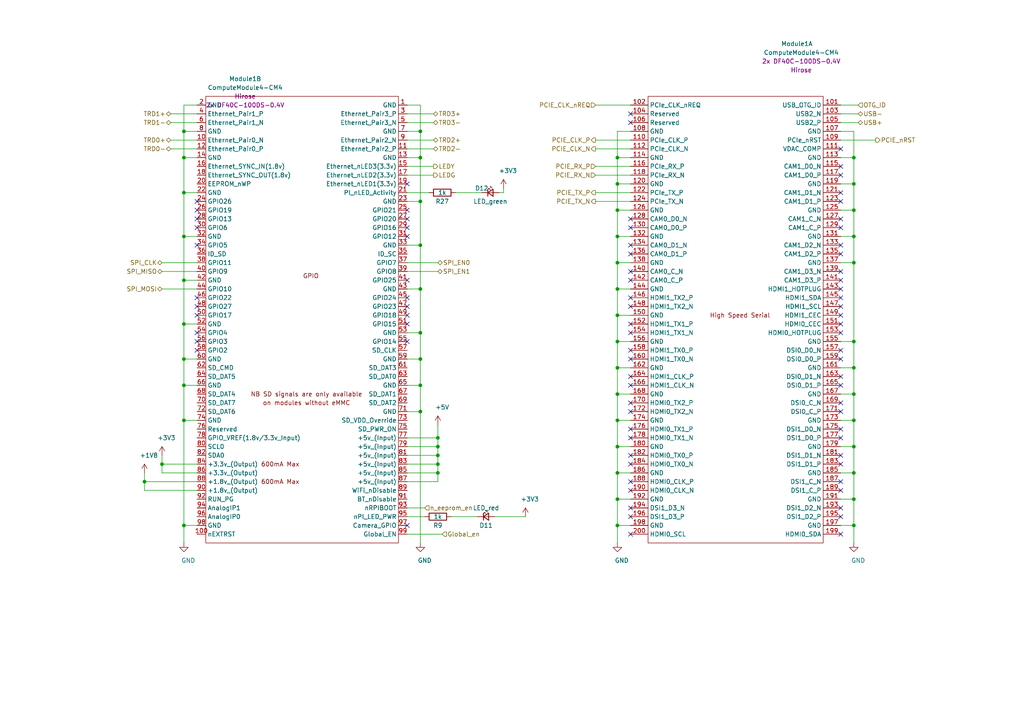
<source format=kicad_sch>
(kicad_sch (version 20211123) (generator eeschema)
  (paper "A4")
  (lib_symbols
    (symbol "CM4_NAS:ComputeModule4-CM4"
      (property "Reference" "Module" (at 113.03 -68.58 0))
      (property "Value" "ComputeModule4-CM4" (at 140.97 2.54 0))
      (property "Field4" "Hirose" (at 0 0 0))
      (property "Field5" "2x DF40C-100DS-0.4V" (at 0 -2.54 0))
      (symbol "ComputeModule4-CM4_1_0"
        (text "GPIO" (at 0 6.35 0) (effects (font (size 1.27 1.27))))
      )
      (symbol "ComputeModule4-CM4_1_1"
        (rectangle (start -30.48 -71.12) (end 25.4 58.42))
        (text "600mA Max" (at -8.89 -53.34 0) (effects (font (size 1.27 1.27))))
        (text "600mA Max" (at -8.89 -48.26 0) (effects (font (size 1.27 1.27))))
        (text "NB SD signals are only available" (at -1.27 -27.94 0) (effects (font (size 1.27 1.27))))
        (text "on modules without eMMC" (at -1.27 -30.48 0) (effects (font (size 1.27 1.27))))
        (pin power_in line (at 27.94 55.88 180) (length 2.54) (name "GND") (number "1"))
        (pin passive line (at -33.02 45.72 0) (length 2.54) (name "Ethernet_Pair0_N") (number "10"))
        (pin output line (at -33.02 -68.58 0) (length 2.54) (name "nEXTRST") (number "100"))
        (pin passive line (at 27.94 43.18 180) (length 2.54) (name "Ethernet_Pair2_P") (number "11"))
        (pin passive line (at -33.02 43.18 0) (length 2.54) (name "Ethernet_Pair0_P") (number "12"))
        (pin power_in line (at 27.94 40.64 180) (length 2.54) (name "GND") (number "13"))
        (pin power_in line (at -33.02 40.64 0) (length 2.54) (name "GND") (number "14"))
        (pin output line (at 27.94 38.1 180) (length 2.54) (name "Ethernet_nLED3(3.3v)") (number "15"))
        (pin input line (at -33.02 38.1 0) (length 2.54) (name "Ethernet_SYNC_IN(1.8v)") (number "16"))
        (pin output line (at 27.94 35.56 180) (length 2.54) (name "Ethernet_nLED2(3.3v)") (number "17"))
        (pin input line (at -33.02 35.56 0) (length 2.54) (name "Ethernet_SYNC_OUT(1.8v)") (number "18"))
        (pin output line (at 27.94 33.02 180) (length 2.54) (name "Ethernet_nLED1(3.3v)") (number "19"))
        (pin power_in line (at -33.02 55.88 0) (length 2.54) (name "GND") (number "2"))
        (pin passive line (at -33.02 33.02 0) (length 2.54) (name "EEPROM_nWP") (number "20"))
        (pin open_collector line (at 27.94 30.48 180) (length 2.54) (name "PI_nLED_Activity") (number "21"))
        (pin power_in line (at -33.02 30.48 0) (length 2.54) (name "GND") (number "22"))
        (pin power_in line (at 27.94 27.94 180) (length 2.54) (name "GND") (number "23"))
        (pin passive line (at -33.02 27.94 0) (length 2.54) (name "GPIO26") (number "24"))
        (pin passive line (at 27.94 25.4 180) (length 2.54) (name "GPIO21") (number "25"))
        (pin passive line (at -33.02 25.4 0) (length 2.54) (name "GPIO19") (number "26"))
        (pin passive line (at 27.94 22.86 180) (length 2.54) (name "GPIO20") (number "27"))
        (pin passive line (at -33.02 22.86 0) (length 2.54) (name "GPIO13") (number "28"))
        (pin passive line (at 27.94 20.32 180) (length 2.54) (name "GPIO16") (number "29"))
        (pin passive line (at 27.94 53.34 180) (length 2.54) (name "Ethernet_Pair3_P") (number "3"))
        (pin passive line (at -33.02 20.32 0) (length 2.54) (name "GPIO6") (number "30"))
        (pin passive line (at 27.94 17.78 180) (length 2.54) (name "GPIO12") (number "31"))
        (pin power_in line (at -33.02 17.78 0) (length 2.54) (name "GND") (number "32"))
        (pin power_in line (at 27.94 15.24 180) (length 2.54) (name "GND") (number "33"))
        (pin passive line (at -33.02 15.24 0) (length 2.54) (name "GPIO5") (number "34"))
        (pin passive line (at 27.94 12.7 180) (length 2.54) (name "ID_SC") (number "35"))
        (pin passive line (at -33.02 12.7 0) (length 2.54) (name "ID_SD") (number "36"))
        (pin passive line (at 27.94 10.16 180) (length 2.54) (name "GPIO7") (number "37"))
        (pin passive line (at -33.02 10.16 0) (length 2.54) (name "GPIO11") (number "38"))
        (pin passive line (at 27.94 7.62 180) (length 2.54) (name "GPIO8") (number "39"))
        (pin passive line (at -33.02 53.34 0) (length 2.54) (name "Ethernet_Pair1_P") (number "4"))
        (pin passive line (at -33.02 7.62 0) (length 2.54) (name "GPIO9") (number "40"))
        (pin passive line (at 27.94 5.08 180) (length 2.54) (name "GPIO25") (number "41"))
        (pin power_in line (at -33.02 5.08 0) (length 2.54) (name "GND") (number "42"))
        (pin power_in line (at 27.94 2.54 180) (length 2.54) (name "GND") (number "43"))
        (pin passive line (at -33.02 2.54 0) (length 2.54) (name "GPIO10") (number "44"))
        (pin passive line (at 27.94 0 180) (length 2.54) (name "GPIO24") (number "45"))
        (pin passive line (at -33.02 0 0) (length 2.54) (name "GPIO22") (number "46"))
        (pin passive line (at 27.94 -2.54 180) (length 2.54) (name "GPIO23") (number "47"))
        (pin passive line (at -33.02 -2.54 0) (length 2.54) (name "GPIO27") (number "48"))
        (pin passive line (at 27.94 -5.08 180) (length 2.54) (name "GPIO18") (number "49"))
        (pin passive line (at 27.94 50.8 180) (length 2.54) (name "Ethernet_Pair3_N") (number "5"))
        (pin passive line (at -33.02 -5.08 0) (length 2.54) (name "GPIO17") (number "50"))
        (pin passive line (at 27.94 -7.62 180) (length 2.54) (name "GPIO15") (number "51"))
        (pin power_in line (at -33.02 -7.62 0) (length 2.54) (name "GND") (number "52"))
        (pin power_in line (at 27.94 -10.16 180) (length 2.54) (name "GND") (number "53"))
        (pin passive line (at -33.02 -10.16 0) (length 2.54) (name "GPIO4") (number "54"))
        (pin passive line (at 27.94 -12.7 180) (length 2.54) (name "GPIO14") (number "55"))
        (pin passive line (at -33.02 -12.7 0) (length 2.54) (name "GPIO3") (number "56"))
        (pin passive line (at 27.94 -15.24 180) (length 2.54) (name "SD_CLK") (number "57"))
        (pin passive line (at -33.02 -15.24 0) (length 2.54) (name "GPIO2") (number "58"))
        (pin power_in line (at 27.94 -17.78 180) (length 2.54) (name "GND") (number "59"))
        (pin passive line (at -33.02 50.8 0) (length 2.54) (name "Ethernet_Pair1_N") (number "6"))
        (pin power_in line (at -33.02 -17.78 0) (length 2.54) (name "GND") (number "60"))
        (pin passive line (at 27.94 -20.32 180) (length 2.54) (name "SD_DAT3") (number "61"))
        (pin passive line (at -33.02 -20.32 0) (length 2.54) (name "SD_CMD") (number "62"))
        (pin passive line (at 27.94 -22.86 180) (length 2.54) (name "SD_DAT0") (number "63"))
        (pin passive line (at -33.02 -22.86 0) (length 2.54) (name "SD_DAT5") (number "64"))
        (pin power_in line (at 27.94 -25.4 180) (length 2.54) (name "GND") (number "65"))
        (pin power_in line (at -33.02 -25.4 0) (length 2.54) (name "GND") (number "66"))
        (pin passive line (at 27.94 -27.94 180) (length 2.54) (name "SD_DAT1") (number "67"))
        (pin passive line (at -33.02 -27.94 0) (length 2.54) (name "SD_DAT4") (number "68"))
        (pin passive line (at 27.94 -30.48 180) (length 2.54) (name "SD_DAT2") (number "69"))
        (pin power_in line (at 27.94 48.26 180) (length 2.54) (name "GND") (number "7"))
        (pin passive line (at -33.02 -30.48 0) (length 2.54) (name "SD_DAT7") (number "70"))
        (pin power_in line (at 27.94 -33.02 180) (length 2.54) (name "GND") (number "71"))
        (pin passive line (at -33.02 -33.02 0) (length 2.54) (name "SD_DAT6") (number "72"))
        (pin input line (at 27.94 -35.56 180) (length 2.54) (name "SD_VDD_Override") (number "73"))
        (pin power_in line (at -33.02 -35.56 0) (length 2.54) (name "GND") (number "74"))
        (pin output line (at 27.94 -38.1 180) (length 2.54) (name "SD_PWR_ON") (number "75"))
        (pin passive line (at -33.02 -38.1 0) (length 2.54) (name "Reserved") (number "76"))
        (pin power_in line (at 27.94 -40.64 180) (length 2.54) (name "+5v_(Input)") (number "77"))
        (pin power_in line (at -33.02 -40.64 0) (length 2.54) (name "GPIO_VREF(1.8v/3.3v_Input)") (number "78"))
        (pin power_in line (at 27.94 -43.18 180) (length 2.54) (name "+5v_(Input)") (number "79"))
        (pin power_in line (at -33.02 48.26 0) (length 2.54) (name "GND") (number "8"))
        (pin passive line (at -33.02 -43.18 0) (length 2.54) (name "SCL0") (number "80"))
        (pin power_in line (at 27.94 -45.72 180) (length 2.54) (name "+5v_(Input)") (number "81"))
        (pin passive line (at -33.02 -45.72 0) (length 2.54) (name "SDA0") (number "82"))
        (pin power_in line (at 27.94 -48.26 180) (length 2.54) (name "+5v_(Input)") (number "83"))
        (pin power_out line (at -33.02 -48.26 0) (length 2.54) (name "+3.3v_(Output)") (number "84"))
        (pin power_in line (at 27.94 -50.8 180) (length 2.54) (name "+5v_(Input)") (number "85"))
        (pin power_out line (at -33.02 -50.8 0) (length 2.54) (name "+3.3v_(Output)") (number "86"))
        (pin power_in line (at 27.94 -53.34 180) (length 2.54) (name "+5v_(Input)") (number "87"))
        (pin power_out line (at -33.02 -53.34 0) (length 2.54) (name "+1.8v_(Output)") (number "88"))
        (pin power_in line (at 27.94 -55.88 180) (length 2.54) (name "WiFi_nDisable") (number "89"))
        (pin passive line (at 27.94 45.72 180) (length 2.54) (name "Ethernet_Pair2_N") (number "9"))
        (pin power_out line (at -33.02 -55.88 0) (length 2.54) (name "+1.8v_(Output)") (number "90"))
        (pin power_in line (at 27.94 -58.42 180) (length 2.54) (name "BT_nDisable") (number "91"))
        (pin passive line (at -33.02 -58.42 0) (length 2.54) (name "RUN_PG") (number "92"))
        (pin input line (at 27.94 -60.96 180) (length 2.54) (name "nRPIBOOT") (number "93"))
        (pin passive line (at -33.02 -60.96 0) (length 2.54) (name "AnalogIP1") (number "94"))
        (pin output line (at 27.94 -63.5 180) (length 2.54) (name "nPI_LED_PWR") (number "95"))
        (pin passive line (at -33.02 -63.5 0) (length 2.54) (name "AnalogIP0") (number "96"))
        (pin passive line (at 27.94 -66.04 180) (length 2.54) (name "Camera_GPIO") (number "97"))
        (pin power_in line (at -33.02 -66.04 0) (length 2.54) (name "GND") (number "98"))
        (pin input line (at 27.94 -68.58 180) (length 2.54) (name "Global_EN") (number "99"))
      )
      (symbol "ComputeModule4-CM4_2_1"
        (rectangle (start 114.3 -66.04) (end 165.1 63.5))
        (text "High Speed Serial" (at 140.97 0 0) (effects (font (size 1.27 1.27))))
        (pin input line (at 170.18 60.96 180) (length 5.08) (name "USB_OTG_ID") (number "101"))
        (pin input line (at 109.22 60.96 0) (length 5.08) (name "PCIe_CLK_nREQ") (number "102"))
        (pin passive line (at 170.18 58.42 180) (length 5.08) (name "USB2_N") (number "103"))
        (pin passive line (at 109.22 58.42 0) (length 5.08) (name "Reserved") (number "104"))
        (pin passive line (at 170.18 55.88 180) (length 5.08) (name "USB2_P") (number "105"))
        (pin passive line (at 109.22 55.88 0) (length 5.08) (name "Reserved") (number "106"))
        (pin power_in line (at 170.18 53.34 180) (length 5.08) (name "GND") (number "107"))
        (pin power_in line (at 109.22 53.34 0) (length 5.08) (name "GND") (number "108"))
        (pin bidirectional line (at 170.18 50.8 180) (length 5.08) (name "PCIe_nRST") (number "109"))
        (pin output line (at 109.22 50.8 0) (length 5.08) (name "PCIe_CLK_P") (number "110"))
        (pin passive line (at 170.18 48.26 180) (length 5.08) (name "VDAC_COMP") (number "111"))
        (pin output line (at 109.22 48.26 0) (length 5.08) (name "PCIe_CLK_N") (number "112"))
        (pin power_in line (at 170.18 45.72 180) (length 5.08) (name "GND") (number "113"))
        (pin power_in line (at 109.22 45.72 0) (length 5.08) (name "GND") (number "114"))
        (pin input line (at 170.18 43.18 180) (length 5.08) (name "CAM1_D0_N") (number "115"))
        (pin input line (at 109.22 43.18 0) (length 5.08) (name "PCIe_RX_P") (number "116"))
        (pin input line (at 170.18 40.64 180) (length 5.08) (name "CAM1_D0_P") (number "117"))
        (pin input line (at 109.22 40.64 0) (length 5.08) (name "PCIe_RX_N") (number "118"))
        (pin power_in line (at 170.18 38.1 180) (length 5.08) (name "GND") (number "119"))
        (pin power_in line (at 109.22 38.1 0) (length 5.08) (name "GND") (number "120"))
        (pin input line (at 170.18 35.56 180) (length 5.08) (name "CAM1_D1_N") (number "121"))
        (pin output line (at 109.22 35.56 0) (length 5.08) (name "PCIe_TX_P") (number "122"))
        (pin input line (at 170.18 33.02 180) (length 5.08) (name "CAM1_D1_P") (number "123"))
        (pin output line (at 109.22 33.02 0) (length 5.08) (name "PCIe_TX_N") (number "124"))
        (pin power_in line (at 170.18 30.48 180) (length 5.08) (name "GND") (number "125"))
        (pin power_in line (at 109.22 30.48 0) (length 5.08) (name "GND") (number "126"))
        (pin input line (at 170.18 27.94 180) (length 5.08) (name "CAM1_C_N") (number "127"))
        (pin input line (at 109.22 27.94 0) (length 5.08) (name "CAM0_D0_N") (number "128"))
        (pin input line (at 170.18 25.4 180) (length 5.08) (name "CAM1_C_P") (number "129"))
        (pin input line (at 109.22 25.4 0) (length 5.08) (name "CAM0_D0_P") (number "130"))
        (pin power_in line (at 170.18 22.86 180) (length 5.08) (name "GND") (number "131"))
        (pin power_in line (at 109.22 22.86 0) (length 5.08) (name "GND") (number "132"))
        (pin input line (at 170.18 20.32 180) (length 5.08) (name "CAM1_D2_N") (number "133"))
        (pin input line (at 109.22 20.32 0) (length 5.08) (name "CAM0_D1_N") (number "134"))
        (pin input line (at 170.18 17.78 180) (length 5.08) (name "CAM1_D2_P") (number "135"))
        (pin input line (at 109.22 17.78 0) (length 5.08) (name "CAM0_D1_P") (number "136"))
        (pin power_in line (at 170.18 15.24 180) (length 5.08) (name "GND") (number "137"))
        (pin power_in line (at 109.22 15.24 0) (length 5.08) (name "GND") (number "138"))
        (pin input line (at 170.18 12.7 180) (length 5.08) (name "CAM1_D3_N") (number "139"))
        (pin input line (at 109.22 12.7 0) (length 5.08) (name "CAM0_C_N") (number "140"))
        (pin input line (at 170.18 10.16 180) (length 5.08) (name "CAM1_D3_P") (number "141"))
        (pin input line (at 109.22 10.16 0) (length 5.08) (name "CAM0_C_P") (number "142"))
        (pin input line (at 170.18 7.62 180) (length 5.08) (name "HDMI1_HOTPLUG") (number "143"))
        (pin power_in line (at 109.22 7.62 0) (length 5.08) (name "GND") (number "144"))
        (pin bidirectional line (at 170.18 5.08 180) (length 5.08) (name "HDMI1_SDA") (number "145"))
        (pin output line (at 109.22 5.08 0) (length 5.08) (name "HDMI1_TX2_P") (number "146"))
        (pin open_collector line (at 170.18 2.54 180) (length 5.08) (name "HDMI1_SCL") (number "147"))
        (pin output line (at 109.22 2.54 0) (length 5.08) (name "HDMI1_TX2_N") (number "148"))
        (pin open_collector line (at 170.18 0 180) (length 5.08) (name "HDMI1_CEC") (number "149"))
        (pin power_in line (at 109.22 0 0) (length 5.08) (name "GND") (number "150"))
        (pin open_collector line (at 170.18 -2.54 180) (length 5.08) (name "HDMI0_CEC") (number "151"))
        (pin output line (at 109.22 -2.54 0) (length 5.08) (name "HDMI1_TX1_P") (number "152"))
        (pin input line (at 170.18 -5.08 180) (length 5.08) (name "HDMI0_HOTPLUG") (number "153"))
        (pin output line (at 109.22 -5.08 0) (length 5.08) (name "HDMI1_TX1_N") (number "154"))
        (pin power_in line (at 170.18 -7.62 180) (length 5.08) (name "GND") (number "155"))
        (pin power_in line (at 109.22 -7.62 0) (length 5.08) (name "GND") (number "156"))
        (pin output line (at 170.18 -10.16 180) (length 5.08) (name "DSI0_D0_N") (number "157"))
        (pin output line (at 109.22 -10.16 0) (length 5.08) (name "HDMI1_TX0_P") (number "158"))
        (pin output line (at 170.18 -12.7 180) (length 5.08) (name "DSI0_D0_P") (number "159"))
        (pin output line (at 109.22 -12.7 0) (length 5.08) (name "HDMI1_TX0_N") (number "160"))
        (pin power_in line (at 170.18 -15.24 180) (length 5.08) (name "GND") (number "161"))
        (pin power_in line (at 109.22 -15.24 0) (length 5.08) (name "GND") (number "162"))
        (pin output line (at 170.18 -17.78 180) (length 5.08) (name "DSI0_D1_N") (number "163"))
        (pin output line (at 109.22 -17.78 0) (length 5.08) (name "HDMI1_CLK_P") (number "164"))
        (pin output line (at 170.18 -20.32 180) (length 5.08) (name "DSI0_D1_P") (number "165"))
        (pin output line (at 109.22 -20.32 0) (length 5.08) (name "HDMI1_CLK_N") (number "166"))
        (pin power_in line (at 170.18 -22.86 180) (length 5.08) (name "GND") (number "167"))
        (pin power_in line (at 109.22 -22.86 0) (length 5.08) (name "GND") (number "168"))
        (pin output line (at 170.18 -25.4 180) (length 5.08) (name "DSI0_C_N") (number "169"))
        (pin output line (at 109.22 -25.4 0) (length 5.08) (name "HDMI0_TX2_P") (number "170"))
        (pin output line (at 170.18 -27.94 180) (length 5.08) (name "DSI0_C_P") (number "171"))
        (pin output line (at 109.22 -27.94 0) (length 5.08) (name "HDMI0_TX2_N") (number "172"))
        (pin power_in line (at 170.18 -30.48 180) (length 5.08) (name "GND") (number "173"))
        (pin power_in line (at 109.22 -30.48 0) (length 5.08) (name "GND") (number "174"))
        (pin output line (at 170.18 -33.02 180) (length 5.08) (name "DSI1_D0_N") (number "175"))
        (pin output line (at 109.22 -33.02 0) (length 5.08) (name "HDMI0_TX1_P") (number "176"))
        (pin output line (at 170.18 -35.56 180) (length 5.08) (name "DSI1_D0_P") (number "177"))
        (pin output line (at 109.22 -35.56 0) (length 5.08) (name "HDMI0_TX1_N") (number "178"))
        (pin power_in line (at 170.18 -38.1 180) (length 5.08) (name "GND") (number "179"))
        (pin power_in line (at 109.22 -38.1 0) (length 5.08) (name "GND") (number "180"))
        (pin output line (at 170.18 -40.64 180) (length 5.08) (name "DSI1_D1_N") (number "181"))
        (pin output line (at 109.22 -40.64 0) (length 5.08) (name "HDMI0_TX0_P") (number "182"))
        (pin output line (at 170.18 -43.18 180) (length 5.08) (name "DSI1_D1_P") (number "183"))
        (pin output line (at 109.22 -43.18 0) (length 5.08) (name "HDMI0_TX0_N") (number "184"))
        (pin power_in line (at 170.18 -45.72 180) (length 5.08) (name "GND") (number "185"))
        (pin power_in line (at 109.22 -45.72 0) (length 5.08) (name "GND") (number "186"))
        (pin output line (at 170.18 -48.26 180) (length 5.08) (name "DSI1_C_N") (number "187"))
        (pin output line (at 109.22 -48.26 0) (length 5.08) (name "HDMI0_CLK_P") (number "188"))
        (pin output line (at 170.18 -50.8 180) (length 5.08) (name "DSI1_C_P") (number "189"))
        (pin output line (at 109.22 -50.8 0) (length 5.08) (name "HDMI0_CLK_N") (number "190"))
        (pin power_in line (at 170.18 -53.34 180) (length 5.08) (name "GND") (number "191"))
        (pin power_in line (at 109.22 -53.34 0) (length 5.08) (name "GND") (number "192"))
        (pin output line (at 170.18 -55.88 180) (length 5.08) (name "DSI1_D2_N") (number "193"))
        (pin output line (at 109.22 -55.88 0) (length 5.08) (name "DSI1_D3_N") (number "194"))
        (pin output line (at 170.18 -58.42 180) (length 5.08) (name "DSI1_D2_P") (number "195"))
        (pin output line (at 109.22 -58.42 0) (length 5.08) (name "DSI1_D3_P") (number "196"))
        (pin power_in line (at 170.18 -60.96 180) (length 5.08) (name "GND") (number "197"))
        (pin power_in line (at 109.22 -60.96 0) (length 5.08) (name "GND") (number "198"))
        (pin bidirectional line (at 170.18 -63.5 180) (length 5.08) (name "HDMI0_SDA") (number "199"))
        (pin open_collector line (at 109.22 -63.5 0) (length 5.08) (name "HDMI0_SCL") (number "200"))
      )
    )
    (symbol "Device:LED_Small" (pin_numbers hide) (pin_names (offset 0.254) hide)
      (property "Reference" "D" (at -1.27 3.175 0))
      (property "Value" "LED_Small" (at -4.445 -2.54 0))
      (symbol "LED_Small_0_1"
        (polyline (pts (xy -0.762 -1.016) (xy -0.762 1.016)) (stroke (width 0.254)))
        (polyline (pts (xy 1.016 0) (xy -0.762 0)))
        (polyline (pts (xy 0.762 -1.016) (xy -0.762 0) (xy 0.762 1.016) (xy 0.762 -1.016)) (stroke (width 0.254)))
        (polyline (pts (xy 0 0.762) (xy -0.508 1.27) (xy -0.254 1.27) (xy -0.508 1.27) (xy -0.508 1.016)))
        (polyline (pts (xy 0.508 1.27) (xy 0 1.778) (xy 0.254 1.778) (xy 0 1.778) (xy 0 1.524)))
      )
      (symbol "LED_Small_1_1"
        (pin passive line (at -2.54 0 0) (length 1.778) (name "K") (number "1"))
        (pin passive line (at 2.54 0 180) (length 1.778) (name "A") (number "2"))
      )
    )
    (symbol "Device:R" (pin_numbers hide) (pin_names (offset 0))
      (property "Reference" "R" (at 2.032 0 90))
      (property "Value" "R" (at 0 0 90))
      (symbol "R_0_1"
        (rectangle (start -1.016 -2.54) (end 1.016 2.54) (stroke (width 0.254)))
      )
      (symbol "R_1_1"
        (pin passive line (at 0 3.81 270) (length 1.27) (name "~") (number "1"))
        (pin passive line (at 0 -3.81 90) (length 1.27) (name "~") (number "2"))
      )
    )
    (symbol "power:+1V8" (power) (pin_names (offset 0))
      (property "Value" "+1V8" (at 0 3.556 0))
      (symbol "+1V8_0_1"
        (polyline (pts (xy -0.762 1.27) (xy 0 2.54)))
        (polyline (pts (xy 0 0) (xy 0 2.54)))
        (polyline (pts (xy 0 2.54) (xy 0.762 1.27)))
      )
      (symbol "+1V8_1_1"
        (pin power_in line (at 0 0 90) (length 0) hide (name "+1V8") (number "1"))
      )
    )
    (symbol "power:+3V3" (power) (pin_names (offset 0))
      (property "Value" "+3V3" (at 0 3.556 0))
      (symbol "+3V3_0_1"
        (polyline (pts (xy -0.762 1.27) (xy 0 2.54)))
        (polyline (pts (xy 0 0) (xy 0 2.54)))
        (polyline (pts (xy 0 2.54) (xy 0.762 1.27)))
      )
      (symbol "+3V3_1_1"
        (pin power_in line (at 0 0 90) (length 0) hide (name "+3V3") (number "1"))
      )
    )
    (symbol "power:+5V" (power) (pin_names (offset 0))
      (property "Value" "+5V" (at 0 3.556 0))
      (symbol "+5V_0_1"
        (polyline (pts (xy -0.762 1.27) (xy 0 2.54)))
        (polyline (pts (xy 0 0) (xy 0 2.54)))
        (polyline (pts (xy 0 2.54) (xy 0.762 1.27)))
      )
      (symbol "+5V_1_1"
        (pin power_in line (at 0 0 90) (length 0) hide (name "+5V") (number "1"))
      )
    )
    (symbol "power:GND" (power) (pin_names (offset 0))
      (property "Value" "GND" (at 0 -3.81 0))
      (symbol "GND_0_1"
        (polyline (pts (xy 0 0) (xy 0 -1.27) (xy 1.27 -1.27) (xy 0 -2.54) (xy -1.27 -1.27) (xy 0 -1.27)))
      )
      (symbol "GND_1_1"
        (pin power_in line (at 0 0 270) (length 0) hide (name "GND") (number "1"))
      )
    )
  )
  (junction (at 247.65 129.54) (diameter 0.9144))
  (junction (at 179.07 45.72) (diameter 0.9144))
  (junction (at 179.07 121.92) (diameter 0.9144))
  (junction (at 41.91 139.7) (diameter 0.9144))
  (junction (at 127 137.16) (diameter 0.9144))
  (junction (at 53.34 68.58) (diameter 0.9144))
  (junction (at 247.65 106.68) (diameter 0.9144))
  (junction (at 53.34 81.28) (diameter 0.9144))
  (junction (at 247.65 99.06) (diameter 0.9144))
  (junction (at 121.92 38.1) (diameter 0.9144))
  (junction (at 179.07 91.44) (diameter 0.9144))
  (junction (at 179.07 60.96) (diameter 0.9144))
  (junction (at 121.92 119.38) (diameter 0.9144))
  (junction (at 127 129.54) (diameter 0.9144))
  (junction (at 247.65 144.78) (diameter 0.9144))
  (junction (at 247.65 114.3) (diameter 0.9144))
  (junction (at 53.34 93.98) (diameter 0.9144))
  (junction (at 247.65 76.2) (diameter 0.9144))
  (junction (at 179.07 152.4) (diameter 0.9144))
  (junction (at 247.65 45.72) (diameter 0.9144))
  (junction (at 179.07 106.68) (diameter 0.9144))
  (junction (at 247.65 137.16) (diameter 0.9144))
  (junction (at 179.07 129.54) (diameter 0.9144))
  (junction (at 53.34 121.92) (diameter 0.9144))
  (junction (at 53.34 38.1) (diameter 0.9144))
  (junction (at 127 132.08) (diameter 0.9144))
  (junction (at 121.92 96.52) (diameter 0.9144))
  (junction (at 121.92 71.12) (diameter 0.9144))
  (junction (at 247.65 68.58) (diameter 0.9144))
  (junction (at 247.65 60.96) (diameter 0.9144))
  (junction (at 179.07 137.16) (diameter 0.9144))
  (junction (at 53.34 152.4) (diameter 0.9144))
  (junction (at 121.92 104.14) (diameter 0.9144))
  (junction (at 179.07 83.82) (diameter 0.9144))
  (junction (at 53.34 104.14) (diameter 0.9144))
  (junction (at 127 127) (diameter 0.9144))
  (junction (at 247.65 152.4) (diameter 0.9144))
  (junction (at 179.07 68.58) (diameter 0.9144))
  (junction (at 179.07 76.2) (diameter 0.9144))
  (junction (at 53.34 111.76) (diameter 0.9144))
  (junction (at 121.92 58.42) (diameter 0.9144))
  (junction (at 53.34 55.88) (diameter 0.9144))
  (junction (at 247.65 53.34) (diameter 0.9144))
  (junction (at 179.07 53.34) (diameter 0.9144))
  (junction (at 46.99 134.62) (diameter 0.9144))
  (junction (at 121.92 83.82) (diameter 0.9144))
  (junction (at 127 134.62) (diameter 0.9144))
  (junction (at 53.34 45.72) (diameter 0.9144))
  (junction (at 179.07 144.78) (diameter 0.9144))
  (junction (at 179.07 114.3) (diameter 0.9144))
  (junction (at 179.07 99.06) (diameter 0.9144))
  (junction (at 121.92 111.76) (diameter 0.9144))
  (junction (at 247.65 121.92) (diameter 0.9144))
  (junction (at 121.92 45.72) (diameter 0.9144))
  (no_connect (at 243.84 149.86))
  (no_connect (at 57.15 88.9))
  (no_connect (at 243.84 88.9))
  (no_connect (at 57.15 66.04))
  (no_connect (at 243.84 104.14))
  (no_connect (at 243.84 73.66))
  (no_connect (at 57.15 91.44))
  (no_connect (at 182.88 93.98))
  (no_connect (at 243.84 55.88))
  (no_connect (at 243.84 109.22))
  (no_connect (at 243.84 86.36))
  (no_connect (at 182.88 104.14))
  (no_connect (at 182.88 66.04))
  (no_connect (at 243.84 66.04))
  (no_connect (at 118.11 152.4))
  (no_connect (at 243.84 132.08))
  (no_connect (at 243.84 43.18))
  (no_connect (at 182.88 109.22))
  (no_connect (at 182.88 116.84))
  (no_connect (at 118.11 63.5))
  (no_connect (at 118.11 91.44))
  (no_connect (at 182.88 139.7))
  (no_connect (at 57.15 71.12))
  (no_connect (at 243.84 116.84))
  (no_connect (at 118.11 93.98))
  (no_connect (at 243.84 139.7))
  (no_connect (at 118.11 68.58))
  (no_connect (at 118.11 88.9))
  (no_connect (at 182.88 147.32))
  (no_connect (at 182.88 124.46))
  (no_connect (at 57.15 96.52))
  (no_connect (at 57.15 99.06))
  (no_connect (at 182.88 35.56))
  (no_connect (at 57.15 101.6))
  (no_connect (at 243.84 91.44))
  (no_connect (at 118.11 53.34))
  (no_connect (at 182.88 33.02))
  (no_connect (at 57.15 58.42))
  (no_connect (at 182.88 142.24))
  (no_connect (at 182.88 134.62))
  (no_connect (at 243.84 81.28))
  (no_connect (at 243.84 134.62))
  (no_connect (at 182.88 101.6))
  (no_connect (at 243.84 119.38))
  (no_connect (at 243.84 83.82))
  (no_connect (at 118.11 60.96))
  (no_connect (at 182.88 119.38))
  (no_connect (at 118.11 99.06))
  (no_connect (at 182.88 127))
  (no_connect (at 243.84 154.94))
  (no_connect (at 182.88 71.12))
  (no_connect (at 182.88 149.86))
  (no_connect (at 182.88 86.36))
  (no_connect (at 243.84 48.26))
  (no_connect (at 243.84 50.8))
  (no_connect (at 243.84 71.12))
  (no_connect (at 182.88 73.66))
  (no_connect (at 182.88 154.94))
  (no_connect (at 243.84 101.6))
  (no_connect (at 243.84 127))
  (no_connect (at 243.84 142.24))
  (no_connect (at 243.84 78.74))
  (no_connect (at 57.15 60.96))
  (no_connect (at 243.84 96.52))
  (no_connect (at 182.88 111.76))
  (no_connect (at 118.11 81.28))
  (no_connect (at 57.15 86.36))
  (no_connect (at 243.84 147.32))
  (no_connect (at 243.84 93.98))
  (no_connect (at 182.88 132.08))
  (no_connect (at 57.15 63.5))
  (no_connect (at 182.88 96.52))
  (no_connect (at 182.88 78.74))
  (no_connect (at 182.88 63.5))
  (no_connect (at 243.84 111.76))
  (no_connect (at 118.11 86.36))
  (no_connect (at 243.84 58.42))
  (no_connect (at 243.84 124.46))
  (no_connect (at 118.11 66.04))
  (no_connect (at 182.88 88.9))
  (no_connect (at 243.84 63.5))
  (no_connect (at 182.88 81.28))
  (wire (pts (xy 118.11 58.42) (xy 121.92 58.42)))
  (wire (pts (xy 243.84 35.56) (xy 248.92 35.56)))
  (wire (pts (xy 118.11 78.74) (xy 127 78.74)))
  (wire (pts (xy 247.65 76.2) (xy 247.65 99.06)))
  (wire (pts (xy 121.92 111.76) (xy 121.92 119.38)))
  (wire (pts (xy 118.11 48.26) (xy 125.73 48.26)))
  (wire (pts (xy 172.72 30.48) (xy 182.88 30.48)))
  (wire (pts (xy 121.92 71.12) (xy 121.92 83.82)))
  (wire (pts (xy 132.08 55.88) (xy 139.7 55.88)))
  (wire (pts (xy 118.11 76.2) (xy 127 76.2)))
  (wire (pts (xy 179.07 53.34) (xy 179.07 60.96)))
  (wire (pts (xy 49.53 33.02) (xy 57.15 33.02)))
  (wire (pts (xy 243.84 30.48) (xy 248.92 30.48)))
  (wire (pts (xy 243.84 121.92) (xy 247.65 121.92)))
  (wire (pts (xy 179.07 106.68) (xy 179.07 114.3)))
  (wire (pts (xy 118.11 45.72) (xy 121.92 45.72)))
  (wire (pts (xy 118.11 154.94) (xy 128.27 154.94)))
  (wire (pts (xy 118.11 132.08) (xy 127 132.08)))
  (wire (pts (xy 127 132.08) (xy 127 129.54)))
  (wire (pts (xy 121.92 38.1) (xy 121.92 45.72)))
  (wire (pts (xy 118.11 83.82) (xy 121.92 83.82)))
  (wire (pts (xy 53.34 152.4) (xy 53.34 157.48)))
  (wire (pts (xy 118.11 40.64) (xy 125.73 40.64)))
  (wire (pts (xy 172.72 50.8) (xy 182.88 50.8)))
  (wire (pts (xy 179.07 99.06) (xy 182.88 99.06)))
  (wire (pts (xy 247.65 114.3) (xy 247.65 121.92)))
  (wire (pts (xy 53.34 104.14) (xy 53.34 111.76)))
  (wire (pts (xy 53.34 152.4) (xy 57.15 152.4)))
  (wire (pts (xy 49.53 40.64) (xy 57.15 40.64)))
  (wire (pts (xy 247.65 129.54) (xy 247.65 137.16)))
  (wire (pts (xy 53.34 68.58) (xy 53.34 81.28)))
  (wire (pts (xy 243.84 53.34) (xy 247.65 53.34)))
  (wire (pts (xy 179.07 144.78) (xy 182.88 144.78)))
  (wire (pts (xy 247.65 137.16) (xy 247.65 144.78)))
  (wire (pts (xy 146.05 55.88) (xy 146.05 54.61)))
  (wire (pts (xy 243.84 129.54) (xy 247.65 129.54)))
  (wire (pts (xy 172.72 55.88) (xy 182.88 55.88)))
  (wire (pts (xy 53.34 38.1) (xy 57.15 38.1)))
  (wire (pts (xy 118.11 33.02) (xy 125.73 33.02)))
  (wire (pts (xy 243.84 152.4) (xy 247.65 152.4)))
  (wire (pts (xy 179.07 76.2) (xy 182.88 76.2)))
  (wire (pts (xy 118.11 134.62) (xy 127 134.62)))
  (wire (pts (xy 127 134.62) (xy 127 132.08)))
  (wire (pts (xy 247.65 68.58) (xy 247.65 76.2)))
  (wire (pts (xy 121.92 83.82) (xy 121.92 96.52)))
  (wire (pts (xy 53.34 81.28) (xy 53.34 93.98)))
  (wire (pts (xy 46.99 132.08) (xy 46.99 134.62)))
  (wire (pts (xy 46.99 134.62) (xy 57.15 134.62)))
  (wire (pts (xy 179.07 91.44) (xy 179.07 99.06)))
  (wire (pts (xy 118.11 55.88) (xy 124.46 55.88)))
  (wire (pts (xy 247.65 45.72) (xy 247.65 53.34)))
  (wire (pts (xy 121.92 45.72) (xy 121.92 58.42)))
  (wire (pts (xy 118.11 119.38) (xy 121.92 119.38)))
  (wire (pts (xy 118.11 71.12) (xy 121.92 71.12)))
  (wire (pts (xy 53.34 93.98) (xy 53.34 104.14)))
  (wire (pts (xy 49.53 43.18) (xy 57.15 43.18)))
  (wire (pts (xy 243.84 99.06) (xy 247.65 99.06)))
  (wire (pts (xy 243.84 60.96) (xy 247.65 60.96)))
  (wire (pts (xy 130.81 149.86) (xy 138.43 149.86)))
  (wire (pts (xy 247.65 121.92) (xy 247.65 129.54)))
  (wire (pts (xy 243.84 114.3) (xy 247.65 114.3)))
  (wire (pts (xy 179.07 91.44) (xy 182.88 91.44)))
  (wire (pts (xy 179.07 60.96) (xy 179.07 68.58)))
  (wire (pts (xy 247.65 152.4) (xy 247.65 157.48)))
  (wire (pts (xy 179.07 106.68) (xy 182.88 106.68)))
  (wire (pts (xy 53.34 38.1) (xy 53.34 45.72)))
  (wire (pts (xy 172.72 40.64) (xy 182.88 40.64)))
  (wire (pts (xy 53.34 45.72) (xy 53.34 55.88)))
  (wire (pts (xy 179.07 121.92) (xy 179.07 129.54)))
  (wire (pts (xy 179.07 68.58) (xy 182.88 68.58)))
  (wire (pts (xy 118.11 35.56) (xy 125.73 35.56)))
  (wire (pts (xy 53.34 68.58) (xy 57.15 68.58)))
  (wire (pts (xy 41.91 137.16) (xy 41.91 139.7)))
  (wire (pts (xy 41.91 139.7) (xy 57.15 139.7)))
  (wire (pts (xy 53.34 104.14) (xy 57.15 104.14)))
  (wire (pts (xy 53.34 55.88) (xy 57.15 55.88)))
  (wire (pts (xy 53.34 121.92) (xy 53.34 152.4)))
  (wire (pts (xy 46.99 78.74) (xy 57.15 78.74)))
  (wire (pts (xy 53.34 111.76) (xy 57.15 111.76)))
  (wire (pts (xy 179.07 76.2) (xy 179.07 83.82)))
  (wire (pts (xy 243.84 106.68) (xy 247.65 106.68)))
  (wire (pts (xy 243.84 76.2) (xy 247.65 76.2)))
  (wire (pts (xy 179.07 83.82) (xy 182.88 83.82)))
  (wire (pts (xy 243.84 33.02) (xy 248.92 33.02)))
  (wire (pts (xy 179.07 137.16) (xy 179.07 144.78)))
  (wire (pts (xy 118.11 147.32) (xy 123.19 147.32)))
  (wire (pts (xy 179.07 45.72) (xy 182.88 45.72)))
  (wire (pts (xy 143.51 149.86) (xy 152.4 149.86)))
  (wire (pts (xy 53.34 55.88) (xy 53.34 68.58)))
  (wire (pts (xy 118.11 111.76) (xy 121.92 111.76)))
  (wire (pts (xy 179.07 99.06) (xy 179.07 106.68)))
  (wire (pts (xy 53.34 111.76) (xy 53.34 121.92)))
  (wire (pts (xy 243.84 144.78) (xy 247.65 144.78)))
  (wire (pts (xy 179.07 45.72) (xy 179.07 53.34)))
  (wire (pts (xy 243.84 38.1) (xy 247.65 38.1)))
  (wire (pts (xy 179.07 38.1) (xy 179.07 45.72)))
  (wire (pts (xy 121.92 30.48) (xy 121.92 38.1)))
  (wire (pts (xy 121.92 104.14) (xy 121.92 111.76)))
  (wire (pts (xy 121.92 119.38) (xy 121.92 157.48)))
  (wire (pts (xy 247.65 38.1) (xy 247.65 45.72)))
  (wire (pts (xy 243.84 40.64) (xy 254 40.64)))
  (wire (pts (xy 243.84 45.72) (xy 247.65 45.72)))
  (wire (pts (xy 179.07 83.82) (xy 179.07 91.44)))
  (wire (pts (xy 172.72 58.42) (xy 182.88 58.42)))
  (wire (pts (xy 127 123.19) (xy 127 127)))
  (wire (pts (xy 127 127) (xy 118.11 127)))
  (wire (pts (xy 41.91 142.24) (xy 41.91 139.7)))
  (wire (pts (xy 41.91 142.24) (xy 57.15 142.24)))
  (wire (pts (xy 179.07 152.4) (xy 182.88 152.4)))
  (wire (pts (xy 53.34 121.92) (xy 57.15 121.92)))
  (wire (pts (xy 53.34 81.28) (xy 57.15 81.28)))
  (wire (pts (xy 118.11 96.52) (xy 121.92 96.52)))
  (wire (pts (xy 179.07 121.92) (xy 182.88 121.92)))
  (wire (pts (xy 179.07 53.34) (xy 182.88 53.34)))
  (wire (pts (xy 179.07 129.54) (xy 179.07 137.16)))
  (wire (pts (xy 118.11 50.8) (xy 125.73 50.8)))
  (wire (pts (xy 179.07 114.3) (xy 182.88 114.3)))
  (wire (pts (xy 172.72 48.26) (xy 182.88 48.26)))
  (wire (pts (xy 46.99 137.16) (xy 46.99 134.62)))
  (wire (pts (xy 57.15 137.16) (xy 46.99 137.16)))
  (wire (pts (xy 247.65 53.34) (xy 247.65 60.96)))
  (wire (pts (xy 179.07 144.78) (xy 179.07 152.4)))
  (wire (pts (xy 172.72 43.18) (xy 182.88 43.18)))
  (wire (pts (xy 118.11 137.16) (xy 127 137.16)))
  (wire (pts (xy 127 137.16) (xy 127 134.62)))
  (wire (pts (xy 247.65 144.78) (xy 247.65 152.4)))
  (wire (pts (xy 118.11 129.54) (xy 127 129.54)))
  (wire (pts (xy 127 129.54) (xy 127 127)))
  (wire (pts (xy 49.53 35.56) (xy 57.15 35.56)))
  (wire (pts (xy 118.11 149.86) (xy 123.19 149.86)))
  (wire (pts (xy 243.84 137.16) (xy 247.65 137.16)))
  (wire (pts (xy 118.11 104.14) (xy 121.92 104.14)))
  (wire (pts (xy 179.07 60.96) (xy 182.88 60.96)))
  (wire (pts (xy 118.11 30.48) (xy 121.92 30.48)))
  (wire (pts (xy 179.07 129.54) (xy 182.88 129.54)))
  (wire (pts (xy 121.92 96.52) (xy 121.92 104.14)))
  (wire (pts (xy 118.11 38.1) (xy 121.92 38.1)))
  (wire (pts (xy 53.34 30.48) (xy 53.34 38.1)))
  (wire (pts (xy 179.07 114.3) (xy 179.07 121.92)))
  (wire (pts (xy 118.11 139.7) (xy 127 139.7)))
  (wire (pts (xy 127 139.7) (xy 127 137.16)))
  (wire (pts (xy 182.88 38.1) (xy 179.07 38.1)))
  (wire (pts (xy 179.07 152.4) (xy 179.07 157.48)))
  (wire (pts (xy 53.34 45.72) (xy 57.15 45.72)))
  (wire (pts (xy 121.92 58.42) (xy 121.92 71.12)))
  (wire (pts (xy 179.07 68.58) (xy 179.07 76.2)))
  (wire (pts (xy 46.99 83.82) (xy 57.15 83.82)))
  (wire (pts (xy 57.15 30.48) (xy 53.34 30.48)))
  (wire (pts (xy 118.11 43.18) (xy 125.73 43.18)))
  (wire (pts (xy 182.88 137.16) (xy 179.07 137.16)))
  (wire (pts (xy 46.99 76.2) (xy 57.15 76.2)))
  (wire (pts (xy 144.78 55.88) (xy 146.05 55.88)))
  (wire (pts (xy 247.65 106.68) (xy 247.65 114.3)))
  (wire (pts (xy 53.34 93.98) (xy 57.15 93.98)))
  (wire (pts (xy 243.84 68.58) (xy 247.65 68.58)))
  (wire (pts (xy 247.65 60.96) (xy 247.65 68.58)))
  (wire (pts (xy 247.65 99.06) (xy 247.65 106.68)))
  (hierarchical_label "PCIE_nRST" (shape output) (at 254 40.64 0))
  (hierarchical_label "PCIE_CLK_nREQ" (shape input) (at 172.72 30.48 180))
  (hierarchical_label "SPI_EN0" (shape bidirectional) (at 127 76.2 0))
  (hierarchical_label "SPI_EN1" (shape bidirectional) (at 127 78.74 0))
  (hierarchical_label "USB-" (shape bidirectional) (at 248.92 33.02 0))
  (hierarchical_label "PCIE_TX_P" (shape output) (at 172.72 55.88 180))
  (hierarchical_label "TRD1-" (shape bidirectional) (at 49.53 35.56 180))
  (hierarchical_label "PCIE_TX_N" (shape output) (at 172.72 58.42 180))
  (hierarchical_label "TRD2+" (shape bidirectional) (at 125.73 40.64 0))
  (hierarchical_label "TRD3+" (shape bidirectional) (at 125.73 33.02 0))
  (hierarchical_label "PCIE_CLK_P" (shape output) (at 172.72 40.64 180))
  (hierarchical_label "SPI_MISO" (shape bidirectional) (at 46.99 78.74 180))
  (hierarchical_label "n_eeprom_en" (shape input) (at 123.19 147.32 0))
  (hierarchical_label "TRD3-" (shape bidirectional) (at 125.73 35.56 0))
  (hierarchical_label "PCIE_RX_P" (shape input) (at 172.72 48.26 180))
  (hierarchical_label "TRD0+" (shape bidirectional) (at 49.53 40.64 180))
  (hierarchical_label "SPI_MOSI" (shape bidirectional) (at 46.99 83.82 180))
  (hierarchical_label "PCIE_RX_N" (shape input) (at 172.72 50.8 180))
  (hierarchical_label "PCIE_CLK_N" (shape output) (at 172.72 43.18 180))
  (hierarchical_label "OTG_ID" (shape input) (at 248.92 30.48 0))
  (hierarchical_label "Global_en" (shape input) (at 128.27 154.94 0))
  (hierarchical_label "USB+" (shape bidirectional) (at 248.92 35.56 0))
  (hierarchical_label "LEDG" (shape output) (at 125.73 50.8 0))
  (hierarchical_label "TRD2-" (shape bidirectional) (at 125.73 43.18 0))
  (hierarchical_label "SPI_CLK" (shape bidirectional) (at 46.99 76.2 180))
  (hierarchical_label "TRD1+" (shape bidirectional) (at 49.53 33.02 180))
  (hierarchical_label "LEDY" (shape output) (at 125.73 48.26 0))
  (hierarchical_label "TRD0-" (shape bidirectional) (at 49.53 43.18 180))
  (symbol (lib_id "Device:R") (at 127 149.86 90) (unit 1)
    (property "Reference" "R9" (at 127 152.4 90))
    (property "Value" "1k" (at 127 149.86 90))
    (property "Footprint" "Resistor_SMD:R_0402_1005Metric" (effects hide))
    (property "MFR" "Yageo" (effects hide))
    (property "MPN" "AC0402FR-071KL" (effects hide))
  )
  (symbol (lib_id "power:GND") (at 121.92 157.48 0) (unit 1)
    (property "Reference" "#PWR0109" (effects hide))
    (property "Value" "GND" (at 123.19 162.56 0))
  )
  (symbol (lib_id "power:+3V3") (at 152.4 149.86 0) (unit 1)
    (property "Reference" "#PWR0182" (effects hide))
    (property "Value" "+3V3" (at 153.67 144.78 0))
  )
  (symbol (lib_id "Device:R") (at 128.27 55.88 90) (unit 1)
    (property "Reference" "R27" (at 128.27 58.42 90))
    (property "Value" "1k" (at 128.27 55.88 90))
    (property "Footprint" "Resistor_SMD:R_0402_1005Metric" (effects hide))
    (property "MFR" "Yageo" (effects hide))
    (property "MPN" "AC0402FR-071KL" (effects hide))
  )
  (symbol (lib_id "power:+5V") (at 127 123.19 0) (unit 1)
    (property "Reference" "#PWR0175" (effects hide))
    (property "Value" "+5V" (at 128.27 118.11 0))
  )
  (symbol (lib_id "power:+3V3") (at 146.05 54.61 0) (unit 1)
    (property "Reference" "#PWR0183" (effects hide))
    (property "Value" "+3V3" (at 147.32 49.53 0))
  )
  (symbol (lib_id "Device:LED_Small") (at 140.97 149.86 0) (unit 1)
    (property "Reference" "D11" (at 140.97 152.4 0))
    (property "Value" "LED_red" (at 140.97 147.32 0))
    (property "Footprint" "LED_SMD:LED_0603_1608Metric" (effects hide))
    (property "MFR" "Kingbright" (effects hide))
    (property "MPN" "APHD1608LSURCK" (effects hide))
  )
  (symbol (lib_id "power:+3V3") (at 46.99 132.08 0) (unit 1)
    (property "Reference" "#PWR0173" (effects hide))
    (property "Value" "+3V3" (at 48.26 127 0))
  )
  (symbol (lib_id "power:GND") (at 247.65 157.48 0) (unit 1)
    (property "Reference" "#PWR0107" (effects hide))
    (property "Value" "GND" (at 248.92 162.56 0))
  )
  (symbol (lib_id "power:GND") (at 53.34 157.48 0) (unit 1)
    (property "Reference" "#PWR0110" (effects hide))
    (property "Value" "GND" (at 54.61 162.56 0))
  )
  (symbol (lib_id "power:GND") (at 179.07 157.48 0) (unit 1)
    (property "Reference" "#PWR0108" (effects hide))
    (property "Value" "GND" (at 180.34 162.56 0))
  )
  (symbol (lib_id "Device:LED_Small") (at 142.24 55.88 0) (unit 1)
    (property "Reference" "D12" (at 139.7 54.61 0))
    (property "Value" "LED_green" (at 142.24 58.42 0))
    (property "Footprint" "LED_SMD:LED_0603_1608Metric" (effects hide))
    (property "MFR" "Kingbright" (effects hide))
    (property "MPN" "APTD1608LCGCK" (effects hide))
  )
  (symbol (lib_id "CM4_NAS:ComputeModule4-CM4") (at 90.17 86.36 0) (unit 1)
    (property "Reference" "Module1" (at 231.14 12.7 0))
    (property "Value" "ComputeModule4-CM4" (at 232.41 15.24 0))
    (property "Footprint" "CM4+NAS:Raspberry-Pi-4-Compute-Module" (effects hide))
    (property "Field4" "Hirose" (at 232.41 20.32 0))
    (property "Field5" "2x DF40C-100DS-0.4V" (at 232.41 17.78 0))
    (property "MFR" "Sparkfun" (effects hide))
    (property "MPN" "DEV-17392" (effects hide))
  )
  (symbol (lib_id "power:+1V8") (at 41.91 137.16 0) (unit 1)
    (property "Reference" "#PWR0174" (effects hide))
    (property "Value" "+1V8" (at 43.18 132.08 0))
  )
  (symbol (lib_id "CM4_NAS:ComputeModule4-CM4") (at 73.66 91.44 0) (unit 2)
    (property "Reference" "Module1" (at 71.12 22.86 0))
    (property "Value" "ComputeModule4-CM4" (at 71.12 25.4 0))
    (property "Footprint" "CM4+NAS:Raspberry-Pi-4-Compute-Module" (effects hide))
    (property "Field4" "Hirose" (at 71.12 27.94 0))
    (property "Field5" "2x DF40C-100DS-0.4V" (at 71.12 30.48 0))
    (property "MFR" "Sparkfun" (effects hide))
    (property "MPN" "DEV-17392" (effects hide))
  )
)
</source>
